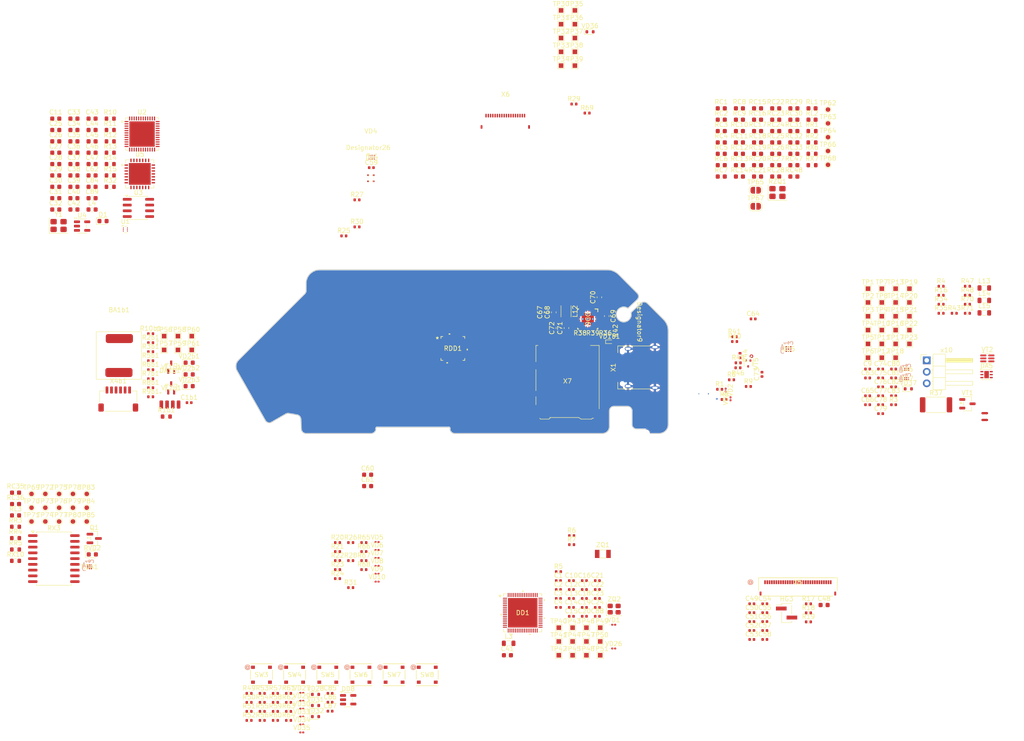
<source format=kicad_pcb>
(kicad_pcb (version 20241229) (generator "pcbnew") (generator_version "9.0")
  (layers (0 "F.Cu" signal) (4 "In1.Cu" signal) (6 "In2.Cu" signal) (2 "B.Cu" signal) (13 "F.Paste" user) (15 "B.Paste" user) (5 "F.SilkS" user "F.Silkscreen") (7 "B.SilkS" user "B.Silkscreen") (1 "F.Mask" user) (3 "B.Mask" user) (25 "Edge.Cuts" user))
  (net 0 "")
  (net 1 "GND")
  (net 2 "Net-(BA1b1-Pad2)")
  (net 3 "Net-(VT1b1-D)")
  (net 4 "VBUS")
  (net 5 "Net-(DA1b1-Vs)")
  (net 6 "SPI_D_MOSI")
  (net 7 "Net-(DD1-PC14)")
  (net 8 "+3V3")
  (net 9 "Net-(DD1-PC15)")
  (net 10 "Net-(U2D-VCCPLL)")
  (net 11 "Net-(DD1-VFBSMPS)")
  (net 12 "Net-(DD1-VREF+)")
  (net 13 "Net-(U2B-IOB_16a)")
  (net 14 "Net-(U2A-IOT_36b)")
  (net 15 "Net-(C31-Pad1)")
  (net 16 "Net-(C31-Pad2)")
  (net 17 "Net-(U5-VR_PA)")
  (net 18 "Net-(C33-Pad2)")
  (net 19 "Net-(C33-Pad1)")
  (net 20 "Net-(U5-XTB)")
  (net 21 "Net-(U5-XTA)")
  (net 22 "Net-(U5-PA_BOOST)")
  (net 23 "Net-(C40-Pad2)")
  (net 24 "RESET")
  (net 25 "Net-(U5-VR_ANA)")
  (net 26 "Net-(U5-VR_DIG)")
  (net 27 "Net-(X5-Pin_17)")
  (net 28 "Net-(X5-Pin_19)")
  (net 29 "Net-(X5-Pin_18)")
  (net 30 "Net-(X5-Pin_23)")
  (net 31 "Net-(X5-Pin_21)")
  (net 32 "Net-(X5-Pin_22)")
  (net 33 "Net-(X5-Pin_20)")
  (net 34 "Net-(X5-Pin_24)")
  (net 35 "Net-(X5-Pin_25)")
  (net 36 "Net-(X5-Pin_26)")
  (net 37 "Net-(X5-Pin_27)")
  (net 38 "SYS")
  (net 39 "Net-(VD6-A2)")
  (net 40 "BAT")
  (net 41 "Net-(DD6-BTST)")
  (net 42 "Net-(C64-Pad2)")
  (net 43 "Net-(DD5-VDD)")
  (net 44 "USB 5V")
  (net 45 "Net-(DD6-PMID)")
  (net 46 "Net-(DA5-VIN)")
  (net 47 "Net-(DD6-REGN)")
  (net 48 "LDO_3.3V")
  (net 49 "GND2")
  (net 50 "ext3.3V")
  (net 51 "GND1")
  (net 52 "Net-(DA6-FB)")
  (net 53 "Net-(U5-RFI_HF)")
  (net 54 "Net-(DD8-IN1)")
  (net 55 "Net-(DD8-IN2)")
  (net 56 "Net-(D1-K)")
  (net 57 "Net-(DA1b1-OUT)")
  (net 58 "Net-(DA4-R)")
  (net 59 "Net-(DA4-G)")
  (net 60 "LCD_LED")
  (net 61 "I2C_SDA")
  (net 62 "I2C_SCL")
  (net 63 "Net-(DA4-B)")
  (net 64 "Net-(DA6-SW)")
  (net 65 "Net-(DD1-OSC_IN)")
  (net 66 "Net-(DD1-PA11)")
  (net 67 "Net-(DD1-PB5)")
  (net 68 "PC0")
  (net 69 "PB3")
  (net 70 "RFID_PULL")
  (net 71 "SPI_D_MISO")
  (net 72 "PERIPH_POWER")
  (net 73 "BUTTON_BACK")
  (net 74 "PA4")
  (net 75 "SD_CD")
  (net 76 "SWDIO")
  (net 77 "iBTN")
  (net 78 "Net-(DD1-PA12)")
  (net 79 "RFID_RF_IN")
  (net 80 "BUTTON_UP")
  (net 81 "PA7")
  (net 82 "BUTTON_OK")
  (net 83 "DISPLAY_DI")
  (net 84 "NFC_CS")
  (net 85 "RFID_OUT")
  (net 86 "UART1_TX")
  (net 87 "AT1")
  (net 88 "BUTTON_LEFT")
  (net 89 "Net-(DD1-VLXSMPS)")
  (net 90 "SPI_R_MISO")
  (net 91 "BUTTON_DOWN")
  (net 92 "PB2")
  (net 93 "AT0")
  (net 94 "BUTTON_RIGHT")
  (net 95 "PD0")
  (net 96 "IR_RX")
  (net 97 "SD_CS")
  (net 98 "UART1_RX")
  (net 99 "RFID_CARRIER")
  (net 100 "DISPLAY_CS")
  (net 101 "PA1")
  (net 102 "Net-(DD1-OSC_OUT)")
  (net 103 "RF_SW_0")
  (net 104 "SPEAKER")
  (net 105 "PA6")
  (net 106 "PC1")
  (net 107 "Net-(DD1-PA5)")
  (net 108 "VIBRO")
  (net 109 "IR_TX")
  (net 110 "PC3")
  (net 111 "Net-(DD5-GPOUT)")
  (net 112 "Net-(DD5-BIN)")
  (net 114 "Net-(DD6-PG_N)")
  (net 115 "Net-(DD6-OTG_IUSB)")
  (net 116 "Net-(DD6-STAT)")
  (net 117 "Net-(DD6-ILIM)")
  (net 118 "Net-(DD6-INT)")
  (net 119 "Net-(DD6-TS)")
  (net 120 "Net-(DD7-SW)")
  (net 121 "Net-(DD8-OUT)")
  (net 122 "Net-(HG3-Pin_1)")
  (net 123 "Net-(L14-Pad2)")
  (net 124 "Net-(L15-Pad2)")
  (net 125 "Net-(Q1-D)")
  (net 126 "Net-(Q1-G)")
  (net 127 "Net-(X1-CC1)")
  (net 128 "Net-(X1-CC2)")
  (net 129 "Net-(VT1b1-G)")
  (net 130 "Net-(X4b1-Pin_5)")
  (net 131 "Net-(VD37-A)")
  (net 132 "Net-(VT1-G)")
  (net 133 "Net-(VD2b3-A)")
  (net 134 "SPI_R_SCK")
  (net 135 "Net-(X4b1-Pin_3)")
  (net 136 "Net-(VT2b1-G)")
  (net 137 "SPI_R_MOSI")
  (net 138 "Net-(VD2-A2)")
  (net 139 "Net-(VD3-A2)")
  (net 140 "Net-(VD2b1-A)")
  (net 141 "Net-(VD2b2-A)")
  (net 142 "Net-(U2A-IOT_44b)")
  (net 143 "Net-(U2A-IOT_42b)")
  (net 144 "Net-(U2A-IOT_43a)")
  (net 145 "Net-(U2A-IOT_46b_G0)")
  (net 146 "/Sub-1-GHz-/NRESET4")
  (net 147 "Net-(X7-DAT1)")
  (net 148 "Net-(X7-DAT2)")
  (net 149 "Net-(X7-DAT3{slash}CD)")
  (net 150 "Net-(X7-CMD)")
  (net 151 "Net-(VD4-RK)")
  (net 152 "Net-(X7-CLK)")
  (net 153 "Net-(VD4-GK)")
  (net 154 "Net-(X7-DAT0)")
  (net 155 "Net-(X6-Pin_9)")
  (net 156 "Net-(VD4-BK)")
  (net 157 "Net-(X7-SW_DTCT)")
  (net 158 "Net-(U2B-CDONE)")
  (net 159 "Net-(VT5-G)")
  (net 160 "Net-(VD34-A1)")
  (net 161 "Net-(VD33-A1)")
  (net 162 "Net-(VD29-A1)")
  (net 163 "Net-(VD27-A1)")
  (net 164 "Net-(VD30-A1)")
  (net 165 "Net-(VD35-A1)")
  (net 166 "Net-(VD32-A)")
  (net 167 "Net-(VD36-K)")
  (net 168 "Net-(RDD1-RFI1)")
  (net 169 "Net-(RC2-Pad2)")
  (net 170 "Net-(RC3-Pad1)")
  (net 171 "Net-(RC48-Pad1)")
  (net 172 "Net-(RC48-Pad2)")
  (net 173 "Net-(RDD1-RFI2)")
  (net 174 "Net-(RDD1-XTO)")
  (net 175 "Net-(RDD1-XTI)")
  (net 176 "Net-(RDD1-VDD_D)")
  (net 177 "Net-(RDD1-VDD_A)")
  (net 178 "+5V")
  (net 179 "Net-(RDD1-VDD_DR)")
  (net 180 "Net-(RDD1-VDD_AM)")
  (net 181 "Net-(RDD1-AGDC)")
  (net 182 "Net-(RDA1-SW-PadB1)")
  (net 183 "Net-(RDD1-RFO2)")
  (net 184 "Net-(RDD1-CSI)")
  (net 185 "Net-(RDD1-CSO)")
  (net 186 "Net-(RDD1-RFO1)")
  (net 187 "Net-(RDD1-EXT_LM)")
  (net 188 "NFC_IRQ")
  (net 189 "AAT_B")
  (net 190 "AAT_A")
  (net 192 "Net-(RX6-A)")
  (net 193 "Net-(RX7-A)")
  (net 194 "Net-(RVD2-K)")
  (net 195 "Net-(RX3-Pin_10)")
  (net 196 "Pogo Pin 1")
  (net 197 "/Sub-1-GHz-/DIO2SX1276")
  (net 202 "Net-(U2B-IOB_35b_SPI_SS)")
  (net 204 "Net-(U2A-IOT_50b)")
  (net 205 "Net-(U2A-IOT_49a)")
  (net 207 "/Sub-1-GHz-/(MOSI)")
  (net 215 "Net-(U2B-IOB_33b_SPI_SI)")
  (net 216 "Net-(U2B-IOB_32a_SPI_SO)")
  (net 217 "/Sub-1-GHz-/(NSS{slash}CS)")
  (net 218 "/Sub-1-GHz-/DIO1SX1276")
  (net 219 "/Sub-1-GHz-/DIO0SX1276")
  (net 221 "Net-(U2A-IOT_51a)")
  (net 224 "Net-(U2B-IOB_34a_SPI_SCK)")
  (net 225 "/Sub-1-GHz-/(SCK)")
  (net 227 "/Sub-1-GHz-/(MISO)")
  (net 232 "Net-(VD2b1-K)")
  (net 245 "RF1")
  (footprint "Resistor_SMD:R_0402_1005Metric" (layer "F.Cu") (at 171.0425 100.69)
    (property "Reference" "R8b1")
    (property "Value" "10k")
  )
  (footprint "Capacitor_SMD:C_0402_1005Metric" (layer "F.Cu") (at 329.425 102.465)
    (property "Reference" "C65")
    (property "Value" "470nF")
  )
  (footprint "Resistor_SMD:R_0603_1608Metric" (layer "F.Cu") (at 317.145 43.985)
    (property "Reference" "RR1")
    (property "Value" "0")
  )
  (footprint "footprints:CONN30x1_FH34SRJ-30S-0.5SH50_HIR" (layer "F.Cu") (at 314.0225 144.690007)
    (property "Reference" "X5")
    (property "Value" "FH34SRJ-30S-0.5SH(50)")
  )
  (footprint "Resistor_SMD:R_0603_1608Metric" (layer "F.Cu") (at 162.11 53.785)
    (property "Reference" "R15")
    (property "Value" "R")
  )
  (footprint "Resistor_SMD:R_0402_1005Metric" (layer "F.Cu") (at 215.235 134.89)
    (property "Reference" "R26")
    (property "Value" "51")
  )
  (footprint "Capacitor_SMD:C_0402_1005Metric" (layer "F.Cu") (at 266.855 143.295)
    (property "Reference" "C16")
    (property "Value" "1uF")
  )
  (footprint "TestPoint:TestPoint_Pad_1.0x1.0mm" (layer "F.Cu") (at 329.515 94.045)
    (property "Reference" "TP6")
    (property "Value" "TEMP")
  )
  (footprint "Resistor_SMD:R_0402_1005Metric" (layer "F.Cu") (at 264.045 133.355)
    (property "Reference" "R6")
    (property "Value" "51")
  )
  (footprint "Capacitor_SMD:C_0603_1608Metric" (layer "F.Cu") (at 154.09 46.255)
    (property "Reference" "C35")
    (property "Value" "100nF")
  )
  (footprint "footprints:18_pin_JST" (layer "F.Cu") (at 249.635 40.17)
    (property "Reference" "X6")
    (property "Value" "FH34SRJ-18S-0.5SH(50)")
  )
  (footprint "TestPoint:TestPoint_Pad_D1.0mm" (layer "F.Cu") (at 144.725 127.185)
    (property "Reference" "TP70")
    (property "Value" "IR_TX")
  )
  (footprint "TestPoint:TestPoint_Pad_1.0x1.0mm" (layer "F.Cu") (at 264.76 20.375)
    (property "Reference" "TP36")
    (property "Value" "iBTN")
  )
  (footprint "Resistor_SMD:R_0402_1005Metric" (layer "F.Cu") (at 345.655 82.245)
    (property "Reference" "R34")
    (property "Value" "10k")
  )
  (footprint "TestPoint:TestPoint_Pad_1.0x1.0mm" (layer "F.Cu") (at 329.515 81.845)
    (property "Reference" "TP2")
    (property "Value" "PG")
  )
  (footprint "Capacitor_SMD:C_0402_1005Metric" (layer "F.Cu") (at 263.985 143.295)
    (property "Reference" "C10")
    (property "Value" "18pF")
  )
  (footprint "Resistor_SMD:R_0402_1005Metric" (layer "F.Cu") (at 271.49 88.6)
    (property "Reference" "R36")
    (property "Value" "470")
  )
  (footprint "Resistor_SMD:R_0402_1005Metric" (layer "F.Cu") (at 198.6009 174.170001)
    (property "Reference" "R60")
    (property "Value" "100k")
  )
  (footprint "TestPoint:TestPoint_Pad_1.0x1.0mm" (layer "F.Cu") (at 332.565 87.945)
    (property "Reference" "TP10")
    (property "Value" "BAT1")
  )
  (footprint "TestPoint:TestPoint_Pad_1.0x1.0mm" (layer "F.Cu") (at 264.255 153.685)
    (property "Reference" "TP43")
    (property "Value" "D-")
  )
  (footprint "Capacitor_SMD:C_0402_1005Metric" (layer "F.Cu") (at 263.985 151.175)
    (property "Reference" "C15")
    (property "Value" "4.7uF")
  )
  (footprint "Capacitor_SMD:C_0603_1608Metric" (layer "F.Cu") (at 154.09 56.295)
    (property "Reference" "C39")
    (property "Value" "100nF")
  )
  (footprint "Resistor_SMD:R_0402_1005Metric" (layer "F.Cu") (at 215.235 138.87)
    (property "Reference" "R28")
    (property "Value" "51")
  )
  (footprint "Capacitor_SMD:C_0402_1005Metric" (layer "F.Cu") (at 335.165 96.555)
    (property "Reference" "C80")
    (property "Value" "10uF")
  )
  (footprint "Capacitor_SMD:C_0603_1608Metric" (layer "F.Cu") (at 305.115 49.005)
    (property "Reference" "RC19")
    (property "Value" "2.2uF")
  )
  (footprint "Capacitor_SMD:C_0402_1005Metric" (layer "F.Cu") (at 269.725 143.295)
    (property "Reference" "C21")
    (property "Value" "1uF")
  )
  (footprint "Package_TO_SOT_SMD:SOT-523" (layer "F.Cu") (at 303.04 95.32 -90)
    (property "Reference" "VT5")
    (property "Value" "DMN313DLT-7")
  )
  (footprint "Resistor_SMD:R_0402_1005Metric" (layer "F.Cu") (at 345.655 80.255)
    (property "Reference" "R16")
    (property "Value" "1.5")
  )
  (footprint "Inductor_SMD:L_0805_2012Metric" (layer "F.Cu") (at 355.205 81.395)
    (property "Reference" "L14")
    (property "Value" "470nH")
  )
  (footprint "Capacitor_SMD:C_0603_1608Metric" (layer "F.Cu") (at 258.45 84.025 90)
    (property "Reference" "C67")
    (property "Value" "10uF")
  )
  (footprint "Diode_SMD:D_0201_0603Metric" (layer "F.Cu") (at 273.34 158.285)
    (property "Reference" "VD26")
    (property "Value" "ESD241B1W0201E6327XTSA1")
  )
  (footprint "Resistor_SMD:R_0402_1005Metric" (layer "F.Cu") (at 265.91 88.6 180)
    (property "Reference" "R38")
    (property "Value" "5.23k")
  )
  (footprint "Connector_PinHeader_2.00mm:PinHeader_1x02_P2.00mm_Vertical_SMD_Pin1Left" (layer "F.Cu") (at 311.525 150.45)
    (property "Reference" "HG3")
    (property "Value" "ERC12864FAMF03-1-S7")
  )
  (footprint "Capacitor_SMD:C_0603_1608Metric" (layer "F.Cu") (at 158.1 46.255)
    (property "Reference" "C45")
    (property "Value" "10pF")
  )
  (footprint "Resistor_SMD:R_0402_1005Metric" (layer "F.Cu") (at 212.325 134.89)
    (property "Reference" "R20")
    (property "Value" "0")
  )
  (footprint "TestPoint:TestPoint_Pad_1.0x1.0mm" (layer "F.Cu") (at 264.255 159.785)
    (property "Reference" "TP45")
    (property "Value" "D_MI")
  )
  (footprint "TestPoint:TestPoint_Pad_D1.0mm" (layer "F.Cu") (at 150.825 130.235)
    (property "Reference" "TP77")
    (property "Value" "RFID_PULL")
  )
  (footprint "Capacitor_SMD:C_0603_1608Metric" (layer "F.Cu") (at 218.975 122.41)
    (property "Reference" "C61")
    (property "Value" "10uF")
  )
  (footprint "Resistor_SMD:R_0402_1005Metric" (layer "F.Cu") (at 213.7154 67.135399)
    (property "Reference" "R25")
    (property "Value" "0")
  )
  (footprint "TestPoint:TestPoint_Pad_D1.0mm" (layer "F.Cu") (at 147.775 130.235)
    (property "Reference" "TP74")
    (property "Value" "NFC_CS")
  )
  (footprint "Capacitor_SMD:C_0402_1005Metric" (layer "F.Cu") (at 261.115 147.235)
    (property "Reference" "C3")
    (property "Value" "DNP")
  )
  (footprint "TestPoint:TestPoint_Pad_1.0x1.0mm" (layer "F.Cu") (at 264.76 26.475)
    (property "Reference" "TP38")
    (property "Value" "RFID_OUT")
  )
  (footprint "footprints:SKRMAAE010_AAL" (layer "F.Cu") (at 210.1708 164.085001)
    (property "Reference" "SW5")
    (property "Value" "SKRMAAE010")
  )
  (footprint "Resistor_SMD:R_0603_1608Metric" (layer "F.Cu") (at 174.5025 107.05)
    (property "Reference" "R1b1")
    (property "Value" "22")
  )
  (footprint "Capacitor_SMD:C_0603_1608Metric" (layer "F.Cu") (at 154.09 58.805)
    (property "Reference" "C40")
    (property "Value" "100pF")
  )
  (footprint "Capacitor_SMD:C_0402_1005Metric" (layer "F.Cu") (at 263.985 147.235)
    (property "Reference" "C13")
    (property "Value" "100nF")
  )
  (footprint "TestPoint:TestPoint_Pad_1.0x1.0mm" (layer "F.Cu") (at 270.355 153.685)
    (property "Reference" "TP49")
    (property "Value" "D_SCK")
  )
  (footprint "Capacitor_SMD:C_0603_1608Metric" (layer "F.Cu") (at 313.135 38.965)
    (property "Reference" "RC29")
    (property "Value" "2.2uF")
  )
  (footprint "Capacitor_SMD:C_0603_1608Metric" (layer "F.Cu") (at 313.135 41.475)
    (property "Reference" "RC30")
    (property "Value" "10nF")
  )
  (footprint "Resistor_SMD:R_0402_1005Metric" (layer "F.Cu") (at 316.355 148.42)
    (property "Reference" "R17")
    (property "Value" "DNP")
  )
  (footprint "Resistor_SMD:R_0402_1005Metric" (layer "F.Cu") (at 215.235 144.84)
    (property "Reference" "R31")
    (property "Value" "150")
  )
  (footprint "footprints:Buzzer_539-AST0760MCTRQ" (layer "F.Cu") (at 164.0275 93.815)
    (property "Reference" "BA1b1")
    (property "Value" "AST0760MCTRQ")
  )
  (footprint "Resistor_SMD:R_0402_1005Metric" (layer "F.Cu") (at 351.475 84.235)
    (property "Reference" "R71")
    (property "Value" "3.3")
  )
  (footprint "Capacitor_SMD:C_0402_1005Metric" (layer "F.Cu") (at 266.855 145.265)
    (property "Reference" "C17")
    (property "Value" "10nF")
  )
  (footprint "Capacitor_SMD:C_0603_1608Metric" (layer "F.Cu") (at 262.9 87.5 90)
    (property "Reference" "C71")
    (property "Value" "10uF")
  )
  (footprint "Capacitor_SMD:C_0603_1608Metric" (layer "F.Cu") (at 309.125 46.495)
    (property "Reference" "RC25")
    (property "Value" "2.2uF")
  )
  (footprint "TestPoint:TestPoint_Pad_1.0x1.0mm" (layer "F.Cu") (at 264.76 23.425)
    (property "Reference" "TP37")
    (property "Value" "RFID_IN")
  )
  (footprint "Capacitor_SMD:C_0603_1608Metric" (layer "F.Cu") (at 309.125 43.985)
    (property "Reference" "RC24")
    (property "Value" "10nF")
  )
  (footprint "Capacitor_SMD:C_0402_1005Metric" (layer "F.Cu") (at 303.845 156.29)
    (property "Reference" "C53")
    (property "Value" "DNP")
  )
  (footprint "Capacitor_SMD:C_0603_1608Metric" (layer "F.Cu") (at 309.125 49.005)
    (property "Reference" "RC26")
    (property "Value" "10nF")
  )
  (footprint "TestPoint:TestPoint_Pad_D1.0mm" (layer "F.Cu") (at 153.875 130.235)
    (property "Reference" "TP80")
    (property "Value" "RFID_RF_IN")
  )
  (footprint "Diode_SMD:D_SOD-523" (layer "F.Cu") (at 207.4659 170.880001)
    (property "Reference" "VD31")
    (property "Value" "1N4148X")
  )
  (footprint "TestPoint:TestPoint_Pad_D1.0mm" (layer "F.Cu") (at 320.675 39.235)
    (property "Reference" "TP62")
    (property "Value" "RCP1")
  )
  (footprint "TestPoint:TestPoint_Pad_1.0x1.0mm" (layer "F.Cu") (at 332.565 78.795)
    (property "Reference" "TP7")
    (property "Value" "3V32")
  )
  (footprint "footprints:LP5562TMX-NOPB" (layer "F.Cu") (at 219.899999 49.749999)
    (property "Reference" "DA4")
    (property "Value" "LP5562TMX/NOPB")
  )
  (footprint "TestPoint:TestPoint_Pad_1.0x1.0mm" (layer "F.Cu") (at 335.615 87.945)
    (property "Reference" "TP16")
    (property "Value" "LDO1")
  )
  (footprint "Resistor_SMD:R_0402_1005Metric" (layer "F.Cu") (at 273.7 88.09 90)
    (property "Reference" "R42")
    (property "Value" "4.7k")
  )
  (footprint "Capacitor_SMD:C_0402_1005Metric" (layer "F.Cu") (at 306.715 150.38)
    (property "Reference" "C55")
    (property "Value" "DNP")
  )
  (footprint "TestPoint:TestPoint_Pad_1.0x1.0mm" (layer "F.Cu") (at 338.665 78.795)
    (property "Reference" "TP19")
    (property "Value" "GND2")
  )
  (footprint "Crystal:Crystal_SMD_3225-4Pin_3.2x2.5mm" (layer "F.Cu") (at 150.7 64.845)
    (property "Reference" "Y1")
    (property "Value" "32 MHz")
  )
  (footprint "TestPoint:TestPoint_Pad_1.0x1.0mm" (layer "F.Cu") (at 180.1225 92.33)
    (property "Reference" "TP61")
    (property "Value" "GND")
  )
  (footprint "Diode_SMD:D_SOD-923" (layer "F.Cu") (at 272.405 90.525)
    (property "Reference" "VD1b1")
    (property "Value" "ESD230B1W0201E6327XT")
  )
  (footprint "Diode_SMD:D_0201_0603Metric" (layer "F.Cu") (at 204.4259 169.830001)
    (property "Reference" "VD29")
    (property "Value" "ESD241B1W0201E6327XTSA1")
  )
  (footprint "Capacitor_SMD:C_0603_1608Metric" (layer "F.Cu") (at 301.105 54.025)
    (property "Reference" "RC14")
    (property "Value" "DNP")
  )
  (footprint "TestPoint:TestPoint_Pad_1.0x1.0mm" (layer "F.Cu") (at 338.665 90.995)
    (property "Reference" "TP23")
    (property "Value" "I2C_SCL")
  )
  (footprint "Package_TO_SOT_SMD:SOT-363_SC-70-6" (layer "F.Cu") (at 355.875 94.2)
    (property "Reference" "VT2")
    (property "Value" "MMDT2907A-7-F")
  )
  (footprint "Capacitor_SMD:C_0603_1608Metric" (layer "F.Cu") (at 158.1 51.275)
    (property "Reference" "C47")
    (property "Value" "2.2uF")
  )
  (footprint "Capacitor_SMD:C_0402_1005Metric" (layer "F.Cu") (at 332.295 104.435)
    (property "Reference" "C78")
    (property "Value" "2.2uF")
  )
  (footprint "Inductor_SMD:L_0603_1608Metric" (layer "F.Cu") (at 158.1 61.315)
    (property "Reference" "L4")
    (property "Value" "22nH")
  )
  (footprint "Resistor_SMD:R_0603_1608Metric" (layer "F.Cu") (at 317.145 46.495)
    (property "Reference" "RR2")
    (property "Value" "0")
  )
  (footprint "LED_SMD:LED_0603_1608Metric" (layer "F.Cu") (at 160.52 63.865)
    (property "Reference" "D1")
    (property "Value" "LED")
  )
  (footprint "Resistor_SMD:R_0402_1005Metric" (layer "F.Cu") (at 345.655 78.265)
    (property "Reference" "R4")
    (property "Value" "100k")
  )
  (footprint "Capacitor_SMD:C_0603_1608Metric" (layer "F.Cu") (at 297.095 43.985)
    (property "Reference" "RC3")
    (property "Value" "100pF")
  )
  (footprint "TestPoint:TestPoint_Pad_1.0x1.0mm" (layer "F.Cu") (at 264.76 17.325)
    (property "Reference" "TP35")
    (property "Value" "SPEAKER")
  )
  (footprint "TestPoint:TestPoint_Pad_D1.0mm" (layer "F.Cu") (at 320.675 48.385)
    (property "Reference" "TP66")
    (property "Value" "RAN1")
  )
  (footprint "TestPoint:TestPoint_Pad_D1.0mm" (layer "F.Cu") (at 144.725 124.135)
    (property "Reference" "TP69")
    (property "Value" "IR_RX")
  )
  (footprint "Resistor_SMD:R_0402_1005Metric" (layer "F.Cu") (at 201.5109 174.170001)
    (property "Reference" "R64")
    (property "Value" "100k")
  )
  (footprint "TestPoint:TestPoint_Pad_1.0x1.0mm" (layer "F.Cu") (at 329.515 87.945)
    (property "Reference" "TP4")
    (property "Value" "OTG")
  )
  (footprint "TestPoint:TestPoint_Pad_1.0x1.0mm" (layer "F.Cu") (at 329.515 84.895)
    (property "Reference" "TP3")
    (property "Value" "PWR_INT")
  )
  (footprint "Connector_PinHeader_2.54mm:PinHeader_1x03_P2.54mm_Horizontal" (layer "F.Cu") (at 342.485 94.625)
    (property "Reference" "x10")
    (property "Value" "Connector 3P")
  )
  (footprint "Connector_Card:microSD_HC_Hirose_DM3AT-SF-PEJM5" (layer "F.Cu") (at 263.125 99.225)
    (property "Reference" "X7")
    (property "Value" "Micro_SD")
  )
  (footprint "Capacitor_SMD:C_0603_1608Metric" (layer "F.Cu") (at 271.8 84.85 -90)
    (property "Reference" "C69")
    (property "Value" "1uF")
  )
  (footprint "Capacitor_SMD:C_0603_1608Metric" (layer "F.Cu") (at 270.175 80.7 90)
    (property "Reference" "C70")
    (property "Value" "10uF")
  )
  (footprint "Resistor_SMD:R_2512_6332Metric" (layer "F.Cu") (at 344.545 104.455)
    (property "Reference" "R37")
    (property "Value" "10m")
  )
  (footprint "Capacitor_SMD:C_0402_1005Metric" (layer "F.Cu") (at 306.715 154.32)
    (property "Reference" "C57")
    (property "Value" "DNP")
  )
  (footprint "Diode_SMD:D_SOD-523" (layer "F.Cu") (at 338.42 100.925)
    (property "Reference" "VD37")
    (property "Value" "DNP")
  )
  (footprint "Capacitor_SMD:C_0603_1608Metric" (layer "F.Cu") (at 305.115 54.025)
    (property "Reference" "RC21")
    (property "Value" "2.2uF")
  )
  (footprint "Capacitor_SMD:C_0603_1608Metric" (layer "F.Cu") (at 305.115 46.495)
    (property "Reference" "RC18")
    (property "Value" "10nF")
  )
  (footprint "footprints:SKRMAAE010_AAL" (layer "F.Cu") (at 195.5216 164.085001)
    (property "Reference" "SW3")
    (property "Value" "SKRMAAE010")
  )
  (footprint "Capacitor_SMD:C_0402_1005Metric" (layer "F.Cu") (at 329.425 96.555)
    (property "Reference" "C9")
    (property "Value" "10uF")
  )
  (footprint "Resistor_SMD:R_0402_1005Metric" (layer "F.Cu") (at 171.0425 94.72)
    (property "Reference" "R5b1")
    (property "Value" "39")
  )
  (footprint "TestPoint:TestPoint_Pad_1.0x1.0mm" (layer "F.Cu") (at 261.205 153.685)
    (property "Reference" "TP40")
    (property "Value" "R_CLK")
  )
  (footprint "Resistor_SMD:R_0402_1005Metric" (layer "F.Cu") (at 195.6909 174.170001)
    (property "Reference" "R56")
    (property "Value" "330")
  )
  (footprint "TestPoint:TestPoint_Pad_D1.0mm" (layer "F.Cu") (at 156.925 130.235)
    (property "Reference" "TP85")
    (property "Value" "VIBRO3")
  )
  (footprint "LED_SMD:LED_0603_1608Metric" (layer "F.Cu") (at 179.5525 97.74)
    (property "Reference" "VD2b2")
    (property "Value" "VSMY14940")
  )
  (footprint "Diode_SMD:D_0201_0603Metric" (layer "F.Cu") (at 299.14 103.125 90)
    (property "Reference" "VD3")
    (property "Value" "ESD230B1W0201E6327XTSA1")
  )
  (footprint "Inductor_SMD:L_TDK_NLV25_2.5x2.0mm" (layer "F.Cu") (at 262.8 83.8 -90)
    (property "Reference" "L12")
    (property "Value" "1uH")
  )
  (footprint "TestPoint:TestPoint_Pad_D1.0mm" (layer "F.Cu") (at 153.875 127.185)
    (property "Reference" "TP79")
    (property "Value" "SPI_R_SCK")
  )
  (footprint "TestPoint:TestPoint_Pad_D1.0mm" (layer "F.Cu") (at 156.925 124.135)
    (property "Reference" "TP83")
    (property "Value" "RFID_CARRIER")
  )
  (footprint "Capacitor_SMD:C_0603_1608Metric" (layer "F.Cu") (at 313.135 51.515)
    (property "Reference" "RC47")
    (property "Value" "DNP")
  )
  (footprint "Capacitor_SMD:C_0402_1005Metric" (layer "F.Cu") (at 269.725 145.265)
    (property "Reference" "C22")
    (property "Value" "100nF")
  )
  (footprint "Capacitor_SMD:C_0603_1608Metric" (layer "F.Cu") (at 158.1 41.235)
    (property "Reference" "C43")
    (property "Value" "1 µF")
  )
  (footprint "Capacitor_SMD:C_0603_1608Metric" (layer "F.Cu") (at 150.08 53.785)
    (property "Reference" "C29")
    (property "Value" "33pF")
  )
  (footprint "Resistor_SMD:R_0402_1005Metric" (layer "F.Cu") (at 216.6254 65.145399)
    (property "Reference" "R30")
    (property "Value" "0")
  )
  (footprint "Capacitor_SMD:C_0603_1608Metric" (layer "F.Cu") (at 150.08 61.315)
    (property "Reference" "C32")
    (property "Value" "100nF")
  )
  (footprint "Resistor_SMD:R_0402_1005Metric" (layer "F.Cu") (at 300.04 90.475)
    (property "Reference" "R40")
    (property "Value" "1.5k")
  )
  (footprint "Capacitor_SMD:C_0402_1005Metric" (layer "F.Cu") (at 306.715 156.29)
    (property "Reference" "C58")
    (property "Value" "DNP")
  )
  (footprint "Capacitor_SMD:C_0603_1608Metric" (layer "F.Cu") (at 305.115 41.475)
    (property "Reference" "RC16")
    (property "Value" "10nF")
  )
  (footprint "TestPoint:TestPoint_Pad_1.0x1.0mm" (layer "F.Cu") (at 180.1225 89.28)
    (property "Reference" "TP60")
    (property "Value" "IR_TX")
  )
  (footprint "TestPoint:TestPoint_Pad_1.0x1.0mm" (layer "F.Cu") (at 264.255 156.735)
    (property "Reference" "TP44")
    (property "Value" "D+")
  )
  (footprint "Capacitor_SMD:C_0402_1005Metric" (layer "F.Cu") (at 263.985 145.265)
    (property "Reference" "C12")
    (property "Value" "100nF")
  )
  (footprint "Resistor_SMD:R_0603_1608Metric" (layer "F.Cu") (at 141.195 133.905)
    (property "Reference" "RR4")
    (property "Value" "150")
  )
  (footprint "Crystal:Crystal_SMD_3215-2Pin_3.2x1.5mm" (layer "F.Cu") (at 270.935 137.395)
    (property "Reference" "ZQ1")
    (property "Value" "SF32K32768D31T-12.5")
  )
  (footprint "Capacitor_SMD:C_0603_1608Metric" (layer "F.Cu") (at 297.095 51.515)
    (property "Reference" "RC6")
    (property "Value" "680pF")
  )
  (footprint "Capacitor_SMD:C_0402_1005Metric" (layer "F.Cu") (at 266.855 151.175)
    (property "Reference" "C20")
    (property "Value" "4.7uF")
  )
  (footprint "Resistor_SMD:R_0402_1005Metric" (layer "F.Cu") (at 192.7809 174.170001)
    (property "Reference" "R52")
    (property "Value" "DNP")
  )
  (footprint "Capacitor_SMD:C_0603_1608Metric" (layer "F.Cu") (at 301.105 46.495)
    (property "Reference" "RC11")
    (property "Value" "6pF")
  )
  (footprint "Resistor_SMD:R_0402_1005Metric" (layer "F.Cu") (at 171.0425 98.7)
    (property "Reference" "R7b1")
    (property "Value" "10")
  )
  (footprint "Diode_SMD:D_0603_1608Metric" (layer "F.Cu") (at 158.155 137.505)
    (property "Reference" "RVD2")
    (property "Value" "1N4148X-TP")
  )
  (footprint "TestPoint:TestPoint_Pad_1.0x1.0mm" (layer "F.Cu") (at 261.71 17.325)
    (property "Reference" "TP30")
    (property "Value" "VIBRO")
  )
  (footprint "Resistor_SMD:R_0402_1005Metric" (layer "F.Cu") (at 218.145 138.87)
    (property "Reference" "R67")
    (property "Value" "DNP")
  )
  (footprint "Capacitor_SMD:C_0603_1608Metric" (layer "F.Cu") (at 150.08 43.745)
    (property "Reference" "C25")
    (property "Value" "100nF")
  )
  (footprint "Capacitor_SMD:C_0402_1005Metric" (layer "F.Cu") (at 329.425 98.525)
    (property "Reference" "C63")
    (property "Value" "1uF")
  )
  (footprint "footprints:SOT323_DMN2058UW_DIO" (layer "F.Cu") (at 175.5756 100.710297)
    (property "Reference" "VT2b1")
    (property "Value" "DMN2058UW-7")
  )
  (footprint "Capacitor_SMD:C_0603_1608Metric" (layer "F.Cu") (at 150.08 51.275)
    (property "Reference" "C28")
    (property "Value" "100nF")
  )
  (footprint "TestPoint:TestPoint_Pad_D1.0mm" (layer "F.Cu") (at 320.675 51.435)
    (property "Reference" "TP68")
    (property "Value" "RCP3")
  )
  (footprint "Capacitor_SMD:C_0603_1608Metric" (layer "F.Cu") (at 261.1 87.5 90)
    (property "Reference" "C72")
    (property "Value" "10uF")
  )
  (footprint "Package_TO_SOT_SMD:SOT-963" (layer "F.Cu") (at 165.455 65.73)
    (property "Reference" "U1")
    (property "Value" "SKY13351-378LF")
  )
  (footprint "TestPoint:TestPoint_Pad_1.0x1.0mm" (layer "F.Cu") (at 261.71 29.525)
    (property "Reference" "TP34")
    (property "Value" "IR_TX")
  )
  (footprint "Resistor_SMD:R_0402_1005Metric" (layer "F.Cu") (at 299.365 98.925)
    (property "Reference" "R8")
    (property "Value" "22")
  )
  (footprint "Diode_SMD:D_0201_0603Metric" (layer "F.Cu") (at 204.4259 173.330001)
    (property "Reference" "VD33")
    (property "Value" "ESD241B1W0201E6327XTSA1")
  )
  (footprint "Capacitor_SMD:C_0402_1005Metric" (layer "F.Cu") (at 266.855 149.205)
    (property "Reference" "C19")
    (property "Value" "4.7uF")
  )
  (footprint "Capacitor_SMD:C_0402_1005Metric" (layer "F.Cu") (at 332.295 96.555)
    (property "Reference" "C74")
    (property "Value" "1uF")
  )
  (footprint "Diode_SMD:D_0201_0603Metric" (layer "F.Cu") (at 221.06 143.52)
    (property "Reference" "VD10")
    (property "Value" "ESD241B1W0201E6327XTSA1")
  )
  (footprint "Package_TO_SOT_SMD:SOT-23-3" (layer "F.Cu") (at 351.475 104.225)
    (property "Reference" "VT1")
    (property "Value" "DMP1045U-7")
  )
  (footprint "LED_SMD:LED_0603_1608Metric" (layer "F.Cu") (at 179.5525 100.33)
    (property "Reference" "VD2b3")
    (property "Value" "VSMY14940")
  )
  (footprint "Diode_SMD:D_0201_0603Metric" (layer "F.Cu") (at 221.06 136.52)
    (property "Reference" "VD6")
    (property "Value" "ESD241B1W0201E6327XTSA1")
  )
  (footprint "TestPoint:TestPoint_Pad_1.0x1.0mm" (layer "F.Cu") (at 335.615 81.845)
    (property "Reference" "TP14")
    (property "Value" "EXT3V3")
  )
  (footprint "Resistor_SMD:R_0402_1005Metric" (layer "F.Cu") (at 351.475 78.265)
    (property "Reference" "R47")
    (property "Value" "10k")
  )
  (footprint "TestPoint:TestPoint_Pad_1.0x1.0mm" (layer "F.Cu") (at 261.71 26.475)
    (property "Reference" "TP33")
    (property "Value" "IR_RX")
  )
  (footprint "TestPoint:TestPoint_Pad_1.0x1.0mm" (layer "F.Cu") (at 329.515 78.795)
    (property "Reference" "TP1")
    (property "Value" "STAT")
  )
  (footprint "TestPoint:TestPoint_Pad_D1.0mm" (layer "F.Cu") (at 147.775 124.135)
    (property "Reference" "TP72")
    (property "Value" "iBTN")
  )
  (footprint "Resistor_SMD:R_0402_1005Metric" (layer "F.Cu") (at 192.7809 170.190001)
    (property "Reference" "R50")
    (property "Value" "10k")
  )
  (footprint "Capacitor_SMD:C_0603_1608Metric" (layer "F.Cu") (at 141.195 126.375)
    (property "Reference" "RC36")
    (property "Value" "22uF")
  )
  (footprint "Capacitor_SMD:C_0603_1608Metric" (layer "F.Cu") (at 158.1 48.765)
    (property "Reference" "C46")
    (property "Value" "1uF")
  )
  (footprint "Capacitor_SMD:C_0603_1608Metric" (layer "F.Cu") (at 154.09 48.765)
    (property "Reference" "C36")
    (property "Value" "100nF")
  )
  (footprint "Capacitor_SMD:C_0603_1608Metric" (layer "F.Cu") (at 158.1 43.745)
    (property "Reference" "C44")
    (property "Value" "10pF")
  )
  (footprint "Capacitor_SMD:C_0603_1608Metric" (layer "F.Cu") (at 313.135 49.005)
    (property "Reference" "RC33")
    (property "Value" "2.2uF")
  )
  (footprint "Capacitor_SMD:C_0603_1608Metric" (layer "F.Cu") (at 309.125 54.025)
    (property "Reference" "RC28")
    (property "Value" "10nF")
  )
  (footprint "TestPoint:TestPoint_Pad_1.0x1.0mm" (layer "F.Cu") (at 264.76 29.525)
    (property "Reference" "TP39")
    (property "Value" "RFID_PULL")
  )
  (footprint "Inductor_SMD:L_0805_2012Metric" (layer "F.Cu") (at 355.205 84.145)
    (property "Reference" "L15")
    (property "Value" "470nH")
  )
  (footprint "Package_TO_SOT_SMD:SOT-23-5" (layer "F.Cu") (at 214.6809 169.605001)
    (property "Reference" "DD8")
    (property "Value" "NC7SZ125M5X")
  )
  (footprint "Capacitor_SMD:C_0603_1608Metric" (layer "F.Cu") (at 305.115 51.515)
    (property "Reference" "RC20")
    (property "Value" "10nF")
  )
  (footprint "Resistor_SMD:R_0402_1005Metric" (layer "F.Cu") (at 192.7809 172.180001)
    (property "Reference" "R51")
    (property "Value" "10k")
  )
  (footprint "Resistor_SMD:R_0402_1005Metric" (layer "F.Cu") (at 264.045 135.345)
    (property "Reference" "R7")
    (property "Value" "51")
  )
  (footprint "Inductor_SMD:L_0805_2012Metric" (layer "F.Cu") (at 355.205 78.645)
    (property "Reference" "L13")
    (property "Value" "470nH")
  )
  (footprint "footprints:WLCSP9_1P2X1P2_ONS" (layer "F.Cu") (at 157.5498 140.2398)
    (property "Reference" "RDA1")
    (property "Value" "FAN48610BUC50X")
  )
  (footprint "TestPoint:TestPoint_Pad_1.0x1.0mm" (layer "F.Cu") (at 332.565 81.845)
    (property "Reference" "TP8")
    (property "Value" "5V1")
  )
  (footprint "footprints:BQ27220YZFR" (layer "F.Cu") (at 311.942 92.137)
    (property "Reference" "DD5")
    (property "Value" "BQ27220YZFR")
  )
  (footprint "footprints:TSOP75338TR" (layer "F.Cu") (at 175.3025 104.395)
    (property "Reference" "DA1b1")
    (property "Value" "TSOP75338TR")
  )
  (footprint "Resistor_SMD:R_0603_1608Metric" (layer "F.Cu") (at 141.195 136.415)
    (property "Reference" "RR5")
    (property "Value" "10k")
  )
  (footprint "Capacitor_SMD:C_0402_1005Metric" (layer "F.Cu") (at 269.725 147.235)
    (property "Reference" "C23")
    (property "Value" "100pF")
  )
  (footprint "Capacitor_SMD:C_0603_1608Metric" (layer "F.Cu") (at 301.105 38.965)
    (property "Reference" "RC8")
    (property "Value" "100pF")
  )
  (footprint "Inductor_SMD:L_0603_1608Metric" (layer "F.Cu") (at 141.195 128.885)
    (property "Reference" "RL3")
    (property "Value" "470nH")
  )
  (footprint "Diode_SMD:D_0201_0603Metric" (layer "F.Cu") (at 221.06 141.77)
    (property "Reference" "VD9")
    (property "Value" "ESD241B1W0201E6327XTSA1")
  )
  (footprint "Resistor_SMD:R_0402_1005Metric" (layer "F.Cu") (at 201.5109 172.180001)
    (property "Reference" "R63")
    (property "Value" "510")
  )
  (footprint "Resistor_SMD:R_0402_1005Metric" (layer "F.Cu") (at 261.135 141.315)
    (property "Reference" "R5")
    (property "Value" "DNP")
  )
  (footprint "Capacitor_SMD:C_0402_1005Metric" (layer "F.Cu") (at 306.715 152.35)
    (property "Reference" "C56")
    (property "Value" "DNP")
  )
  (footprint "Diode_SMD:D_0201_0603Metric" (layer "F.Cu") (at 273.34 153.035)
    (property "Reference" "VD1")
    (property "Value" "ESD230B1W0201E6327XTSA1")
  )
  (footprint "Capacitor_SMD:C_0402_1005Metric" (layer "F.Cu") (at 303.845 150.38)
    (property "Reference" "C50")
    (property "Value" "DNP")
  )
  (footprint "Resistor_SMD:R_0603_1608Metric" (layer "F.Cu") (at 162.11 41.235)
    (property "Reference" "R10")
    (property "Value" "R")
  )
  (footprint "NetTie:NetTie-2_SMD_Pad0.5mm" (layer "F.Cu") (at 355.3 106.3)
    (property "Reference" "SB5" (hide yes))
    (property "Value" "Net Tie" (hide yes))
  )
  (footprint "Capacitor_SMD:C_0603_1608Metric" (layer "F.Cu") (at 154.09 53.785)
    (property "Reference" "C38")
    (property "Value" "15 pF")
  )
  (footprint "TestPoint:TestPoint_Pad_1.0x1.0mm" (layer "F.Cu") (at 261.205 156.735)
    (property "Reference" "TP41")
    (property "Value" "VBUS1")
  )
  (footprint "Resistor_SMD:R_0402_1005Metric" (layer "F.Cu") (at 212.325 138.87)
    (property "Reference" "R22")
    (property "Value" "47k")
  )
  (footprint "Capacitor_SMD:C_0402_1005Metric" (layer "F.Cu") (at 335.165 104.435)
    (property "Reference" "R3")
    (property "Value" "100k")
  )
  (footprint "Resistor_SMD:R_0402_1005Metric" (layer "F.Cu") (at 171.0425 90.74)
    (property "Reference" "R2b1")
    (property "Value" "150")
  )
  (footprint "Resistor_SMD:R_0402_1005Metric" (layer "F.Cu") (at 351.475 82.245)
    (property "Reference" "R70")
    (property "Value" "1.5")
  )
  (footprint "Capacitor_SMD:C_0603_1608Metric" (layer "F.Cu") (at 150.08 58.805)
    (property "Reference" "C31")
    (property "Value" "100pF")
  )
  (footprint "TestPoint:TestPoint_Pad_1.0x1.0mm" (layer "F.Cu") (at 335.615 78.795)
    (property "Reference" "TP13")
    (property "Value" "SYS2")
  )
  (footprint "Resistor_SMD:R_0402_1005Metric" (layer "F.Cu") (at 268.71 88.6)
    (property "Reference" "R39")
    (property "Value" "30.1k")
  )
  (footprint "TestPoint:TestPoint_Pad_1.0x1.0mm" (layer "F.Cu") (at 332.565 90.995)
    (property "Reference" "TP11")
    (property "Value" "BAT2")
  )
  (footprint "TestPoint:TestPoint_Pad_1.0x1.0mm" (layer "F.Cu") (at 338.665 87.945)
    (property "Reference" "TP22")
    (property "Value" "I2C_SDA")
  )
  (footprint "Capacitor_SMD:C_0603_1608Metric" (layer "F.Cu") (at 141.195 123.865)
    (property "Reference" "RC35")
    (property "Value" "10uF")
  )
  (footprint "Resistor_SMD:R_0603_1608Metric" (layer "F.Cu") (at 317.145 49.005)
    (property "Reference" "RX6")
    (property "Value" "FDX0022A1")
  )
  (footprint "Capacitor_SMD:C_0402_1005Metric" (layer "F.Cu") (at 306.09 97.725 90)
    (property "Reference" "C73")
    (property "Value" "4.7uF")
  )
  (footprint "Capacitor_SMD:C_0603_1608Metric" (layer "F.Cu") (at 297.095 41.475)
    (property "Reference" "RC2")
    (property "Value" "10pF")
  )
  (footprint "Resistor_SMD:R_0402_1005Metric" (layer "F.Cu") (at 171.0425 88.75)
    (property "Reference" "R10b1")
    (property "Value" "39")
  )
  (footprint "footprints:VFQFPN32_5X5_WETTABLE_STM" (layer "F.Cu") (at 237.8021 92)
    (property "Reference" "RDD1")
    (property "Value" "ST25R3916-AQWT")
  )
  (footprint "Diode_SMD:D_0201_0603Metric" (layer "F.Cu") (at 204.4259 168.080001)
    (property "Reference" "VD27")
    (property "Value" "ESD241B1W0201E6327XTSA1")
  )
  (footprint "Resistor_SMD:R_0402_1005Metric" (layer "F.Cu") (at 201.5109 168.200001)
    (property "Reference" "R61")
    (property "Value" "10k")
  )
  (footprint "TestPoint:TestPoint_Pad_1.0x1.0mm" (layer "F.Cu") (at 270.355 159.785)
    (property "Reference" "TP51")
    (property "Value" "NRST")
  )
  (footprint "Inductor_SMD:L_0603_1608Metric" (layer "F.Cu") (at 317.145 38.965)
    (property "Reference" "RL1")
    (property "Value" "270nH")
  )
  (footprint "footprints:SMD_RGB_LED_CLMUD-FKC-CHJNPM569ABB845343" (layer "F.Cu") (at 219.6854 54.400399)
    (property "Reference" "VD4")
    (property "Value" "CLMUD-FKC-CHJNPM569ABB845343")
  )
  (footprint "footprints:SKRMAAE010_AAL" (layer "F.Cu") (at 217.4954 164.085001)
    (property "Reference" "SW6")
    (property "Value" "SKRMAAE010")
  )
  (footprint "footprints:SKRMAAE010_AAL" (layer "F.Cu") (at 232.1446 164.085001)
    (property "Reference" "SW8")
    (property "Value" "SKRMAAE010")
  )
  (footprint "Capacitor_SMD:C_0603_1608Metric" (layer "F.Cu") (at 305.115 43.985)
    (property "Reference" "RC17")
    (property "Value" "2.2uF")
  )
  (footprint "Capacitor_SMD:C_0402_1005Metric" (layer "F.Cu") (at 269.725 149.205)
    (property "Reference" "C24")
    (property "Value" "100nF")
  )
  (footprint "Capacitor_SMD:C_0402_1005Metric" (layer "F.Cu") (at 335.165 102.465)
    (property "Reference" "C83")
    (property "Value" "10uF")
  )
  (footprint "Capacitor_SMD:C_0402_1005Metric" (layer "F.Cu") (at 266.855 147.235)
    (property "Reference" "C18")
    (property "Value" "100nF")
  )
  (footprint "Resistor_SMD:R_0603_1608Metric" (layer "F.Cu") (at 141.195 138.925)
    (property "Reference" "RX10")
    (property "Value" "PCB_PAD")
  )
  (footprint "Capacitor_SMD:C_0402_1005Metric" (layer "F.Cu") (at 269.725 151.175)
    (property "Reference" "C88")
    (property "Value" "100nF")
  )
  (footprint "Capacitor_SMD:C_0402_1005Metric" (layer "F.Cu") (at 329.425 104.435)
    (property "Reference" "C66")
    (property "Value" "2.2uF")
  )
  (footprint "TestPoint:TestPoint_Pad_1.0x1.0mm" (layer "F.Cu") (at 335.615 90.995)
    (property "Reference" "TP17")
    (property "Value" "LDO2")
  )
  (footprint "Capacitor_SMD:C_0402_1005Metric" (layer "F.Cu") (at 304.14 85.475)
    (property "Reference" "C64")
    (property "Value" "47nF")
  )
  (footprint "TestPoint:TestPoint_Pad_D1.0mm" (layer "F.Cu") (at 147.775 127.185)
    (property "Reference" "TP73")
    (property "Value" "SPI_R_MOSI")
  )
  (footprint "Diode_SMD:D_0201_0603Metric" (layer "F.Cu") (at 221.06 138.27)
    (property "Reference" "VD7")
    (property "Value" "ESD241B1W0201E6327XTSA1")
  )
  (footprint "footprints:SKRMAAE010_AAL" (layer "F.Cu") (at 202.8462 164.085001)
    (property "Reference" "SW4")
    (property "Value" "SKRMAAE010")
  )
  (footprint "TestPoint:TestPoint_Pad_1.0x1.0mm" (layer "F.Cu") (at 174.0225 89.28)
    (property "Reference" "TP56")
    (property "Value" "SYS")
  )
  (footprint "Resistor_SMD:R_0402_1005Metric" (layer "F.Cu") (at 171.0425 92.73)
    (property "Reference" "R3b1")
    (property "Value" "10k")
  )
  (footprint "Capacitor_SMD:C_0603_1608Metric" (layer "F.Cu") (at 319.815 148.68)
    (property "Reference" "C48")
    (property "Value" "10uF")
  )
  (footprint "Diode_SMD:D_0201_0603Metric" (layer "F.Cu") (at 221.06 140.02)
    (property "Reference" "VD8")
    (property "Value" "ESD241B1W0201E6327XTSA1")
  )
  (footprint "Diode_SMD:D_0201_0603Metric" (layer "F.Cu") (at 204.4259 175.080001)
    (property "Reference" "VD34")
    (property "Value" "ESD241B1W0201E6327XTSA1")
  )
  (footprint "Resistor_SMD:R_0603_1608Metric" (layer "F.Cu") (at 162.11 48.765)
    (property "Reference" "R13")
    (property "Value" "22 Ohm")
  )
  (footprint "Resistor_SMD:R_0402_1005Metric" (layer "F.Cu") (at 301.24 93.565 -90)
    (property "Reference" "R44")
    (property "Value" "10k")
  )
  (footprint "TestPoint:TestPoint_Pad_1.0x1.0mm" (layer "F.Cu") (at 267.305 153.685)
    (property "Reference" "TP46")
    (property "Value" "R_MI")
  )
  (footprint "Resistor_SMD:R_0402_1005Metric" (layer "F.Cu") (at 198.6009 172.180001)
    (property "Reference" "R59")
    (property "Value" "330")
  )
  (footprint "Resistor_SMD:R_0402_1005Metric" (layer "F.Cu") (at 212.325 140.86)
    (property "Reference" "R23")
    (property "Value" "150")
  )
  (footprint "Resistor_SMD:R_0402_1005Metric" (layer "F.Cu") (at 212.325 142.85)
    (property "Reference" "R24")
    (property "Value" "51")
  )
  (footprint "Package_CSP:LFCSP-6-1EP_2x2mm_P0.65mm_EP1x1.6mm" (layer "F.Cu") (at 355.705 97.78)
    (property "Reference" "DA5")
    (property "Value" "ADP151ACPZ-3.3-R7")
  )
  (footprint "Capacitor_SMD:C_0603_1608Metric" (layer "F.Cu") (at 313.135 46.495)
    (property "Reference" "RC32")
    (property "Value" "10nF")
  )
  (footprint "TestPoint:TestPoint_Pad_1.0x1.0mm" (layer "F.Cu") (at 267.305 159.785)
    (property "Reference" "TP48")
    (property "Value" "D_MO")
  )
  (footprint "Capacitor_SMD:C_0603_1608Metric" (layer "F.Cu") (at 297.095 46.495)
    (property "Reference" "RC4")
    (property "Value" "680pF")
  )
  (footprint "Capacitor_SMD:C_0603_1608Metric" (layer "F.Cu") (at 158.1 53.785)
    (property "Reference" "C62")
    (property "Value" "100nF")
  )
  (footprint "TestPoint:TestPoint_Pad_D1.0mm" (layer "F.Cu") (at 153.875 124.135)
    (property "Reference" "TP78")
    (property "Value" "SPI_R_MISO")
  )
  (footprint "Jumper:SolderJumper-2_P1.3mm_Open_RoundedPad1.0x1.5mm" (layer "F.Cu") (at 304.705 57.055)
    (property "Reference" "TP65")
    (property "Value" "RANT1")
  )
  (footprint "Capacitor_SMD:C_0603_1608Metric" (layer "F.Cu") (at 309.125 38.965)
    (property "Reference" "RC22")
    (property "Value" "DNP")
  )
  (footprint "TestPoint:TestPoint_Pad_D1.0mm" (layer "F.Cu") (at 144.725 130.235)
    (property "Reference" "TP71")
    (property "Value" "SPEAKER")
  )
  (footprint "Connector_USB:USB_C_Receptacle_Amphenol_12401610E4-2A" (layer "F.Cu") (at 279.6 96.2 90)
    (property "Reference" "X1")
    (property "Value" "105450-0101")
  )
  (footprint "Capacitor_SMD:C_0402_1005Metric" (layer "F.Cu") (at 261.115 145.265)
    (property "Reference" "C2")
    (property "Value" "DNP")
  )
  (footprint "Resistor_SMD:R_0402_1005Metric" (layer "F.Cu") (at 192.7809 168.200001)
    (property "Reference" "R49")
    (property "Value" "10k")
  )
  (footprint "Resistor_SMD:R_0402_1005Metric" (layer "F.Cu") (at 195.6909 168.200001)
    (property "Reference" "R53")
    (property "Value" "10k")
  )
  (footprint "Capacitor_SMD:C_0402_1005Metric" (layer "F.Cu") (at 261.115 149.205)
    (property "Reference" "C4")
    (property "Value" "18pF")
  )
  (footprint "Diode_SMD:D_0201_0603Metric" (layer "F.Cu") (at 298.065 101.2175 -90)
    (property "Reference" "VD2")
    (property "Value" "ESD230B1W0201E6327XTSA1")
  )
  (footprint "Diode_SMD:D_0201_0603Metric" (layer "F.Cu") (at 221.06 134.77)
    (property "Reference" "VD5")
    (property "Value" "ESD241B1W0201E6327XTSA1")
  )
  (footprint "Capacitor_SMD:C_0603_1608Metric" (layer "F.Cu") (at 150.08 46.255)
    (property "Reference" "C26")
    (property "Value" "100nF")
  )
  (footprint "Capacitor_SMD:C_0603_1608Metric" (layer "F.Cu") (at 313.135 43.985)
    (property "Reference" "RC31")
    (property "Value" "2.2uF")
  )
  (footprint "Capacitor_SMD:C_0603_1608Metric" (layer "F.Cu") (at 154.09 41.235)
    (property "Reference" "C33")
    (property "Value" "100pF")
  )
  (footprint "LED_SMD:LED_0603_1608Metric" (layer "F.Cu") (at 179.5525 95.15)
    (property "Reference" "VD2b1")
    (property "Value" "VSMY14940")
  )
  (footprint "footprints:SKRMAAE010_AAL" (layer "F.Cu") (at 224.82 164.085001)
    (property "Reference" "SW7")
    (property "Value" "SKRMAAE010")
  )
  (footprint "Diode_SMD:D_SOD-523" (layer "F.Cu") (at 207.4659 173.330001)
    (property "Reference" "VD32")
    (property "Value" "1N4148X")
  )
  (footprint "Capacitor_SMD:C_0402_1005Metric" (layer "F.Cu") (at 210.6709 168.190001)
    (property "Reference" "C85")
    (property "Value" "100nF")
  )
  (footprint "TestPoint:TestPoint_Pad_1.0x1.0mm" (layer "F.Cu") (at 332.565 84.895)
    (property "Reference" "TP9")
    (property "Value" "5V2")
  )
  (footprint "Capacitor_SMD:C_0402_1005Metric" (layer "F.Cu") (at 335.165 98.525)
    (property "Reference" "C81")
    (property "Value" "4.7uF")
  )
  (footprint "TestPoint:TestPoint_Pad_1.0x1.0mm" (layer "F.Cu") (at 338.665 81.845)
    (property "Reference" "TP20")
    (property "Value" "GND3")
  )
  (footprint "Capacitor_SMD:C_0603_1608Metric" (layer "F.Cu") (at 297.095 38.965)
    (property "Reference" "RC1")
    (property "Value" "100pF")
  )
  (footprint "TestPoint:TestPoint_Pad_1.0x1.0mm" (layer "F.Cu") (at 177.0725 92.33)
    (property "Reference" "TP59")
    (property "Value" "iBTN")
  )
  (footprint "Capacitor_SMD:C_0402_1005Metric" (layer "F.Cu") (at 263.985 149.205)
    (property "Reference" "C14")
    (property "Value" "100nF")
  )
  (footprint "Resistor_SMD:R_0603_1608Metric" (layer "F.Cu") (at 141.195 131.395)
    (property "Reference" "RR3")
    (property "Value" "22")
  )
  (footprint "Diode_SMD:D_0201_0603Metric" (layer "F.Cu") (at 204.4259 171.580001)
    (property "Reference" "VD30")
    (property "Value" "ESD241B1W0201E6327XTSA1")
  )
  (footprint "Capacitor_SMD:C_0603_1608Metric" (layer "F.Cu") (at 301.105 49.005)
    (property "Reference" "RC12")
    (property "Value" "DNP")
  )
  (footprint "Capacitor_SMD:C_0402_1005Metric" (layer "F.Cu") (at 219.7954 52.065399)
    (property "Reference" "C59")
    (property "Value" "1uF")
  )
  (footprint "Capacitor_SMD:C_0402_1005Metric" (layer "F.Cu") (at 332.295 98.525)
    (property "Reference" "C75")
    (property "Value" "1uF")
  )
  (footprint "Resistor_SMD:R_0402_1005Metric" (layer "F.Cu") (at 348.565 84.235)
    (property "Reference" "R43")
    (property "Value" "DNP")
  )
  (footprint "Capacitor_SMD:C_0603_1608Metric" (layer "F.Cu") (at 150.08 41.235)
    (property "Reference" "C11")
    (property "Value" "100nF")
  )
  (footprint "footprints:SOT323_DMN2058UW_DIO" (layer "F.Cu") (at 175.5756 96.140099)
    (property "Reference" "VT1b1")
    (property "Value" "DMN2058UW-7")
  )
  (footprint "TestPoint:TestPoint_Pad_D1.0mm" (layer "F.Cu") (at 156.925 127.185)
    (property "Reference" "TP84")
    (property "Value" "VIBRO2")
  )
  (footprint "Capacitor_SMD:C_0402_1005Metric" (layer "F.Cu") (at 332.295 100.495)
    (property "Reference" "C76")
    (property "Value" "2.2uF")
  )
  (footprint "Capacitor_SMD:C_0603_1608Metric" (layer "F.Cu") (at 150.08 48.765)
    (property "Reference" "C27")
    (property "Value" "100nF")
  )
  (footprint "TestPoint:TestPoint_Pad_1.0x1.0mm" (layer "F.Cu") (at 261.71 23.425)
    (property "Reference" "TP32")
    (property "Value" "RFID_CARRIER")
  )
  (footprint "Resistor_SMD:R_0402_1005Metric" (layer "F.Cu") (at 171.0425 96.71)
    (property "Reference" "R6b1")
    (property "Value" "150")
  )
  (footprint "TestPoint:TestPoint_Pad_D1.0mm" (layer "F.Cu") (at 150.825 127.185)
    (property "Reference" "TP76")
    (property "Value" "RFID_OUT")
  )
  (footprint "Diode_SMD:D_SOD-523" (layer "F.Cu") (at 207.4659 168.430001)
    (property "Reference" "VD28")
    (property "Value" "1N4148X")
  )
  (footprint "Capacitor_SMD:C_0603_1608Metric" (layer "F.Cu") (at 218.975 119.9)
    (property "Reference" "C60")
    (property "Value" "10uF")
  )
  (footprint "Capacitor_SMD:C_0603_1608Metric" (layer "F.Cu") (at 297.095 54.025)
    (property "Reference" "RC7")
    (property "Value" "62pF")
  )
  (footprint "Resistor_SMD:R_0402_1005Metric" (layer "F.Cu") (at 345.655 84.235)
    (property "Reference" "R35")
    (property "Value" "10k")
  )
  (footprint "TestPoint:TestPoint_Pad_1.0x1.0mm" (layer "F.Cu") (at 332.565 94.045)
    (property "Reference" "TP12")
    (property "Value" "SYS1")
  )
  (footprint "Inductor_SMD:L_0805_2012Metric" (layer "F.Cu") (at 250.125 157.145)
    (property "Reference" "L3")
    (property "Value" "10uH")
  )
  (footprint "Resistor_SMD:R_0402_1005Metric" (layer "F.Cu") (at 216.6254 59.175399)
    (property "Reference" "R27")
    (property "Value" "0")
  )
  (footprint "Capacitor_SMD:C_0603_1608Metric" (layer "F.Cu") (at 309.125 51.515)
    (property "Reference" "RC27")
    (property "Value" "2.2uF")
  )
  (footprint "Resistor_SMD:R_0603_1608Metric" (layer "F.Cu") (at 162.11 56.295)
    (property "Reference" "R32")
    (property "Value" "R")
  )
  (footprint "Jumper:SolderJumper-2_P1.3mm_Open_RoundedPad1.0x1.5mm" (layer "F.Cu") (at 304.705 60.605)
    (property "Reference" "TP67")
    (property "Value" "RANT2")
  )
  (footprint "Resistor_SMD:R_0603_1608Metric" (layer "F.Cu") (at 162.11 46.255)
    (property "Reference" "R12")
    (property "Value" "22 Ohm")
  )
  (footprint "Capacitor_SMD:C_0603_1608Metric" (layer "F.Cu") (at 301.105 41.475)
    (property "Reference" "RC9")
    (property "Value" "10pF")
  )
  (footprint "TestPoint:TestPoint_Pad_1.0x1.0mm" (layer "F.Cu") (at 270.355 156.735)
    (property "Reference" "TP50")
    (property "Value" "BOOT")
  )
  (footprint "TestPoint:TestPoint_Pad_1.0x1.0mm" (layer "F.Cu") (at 338.665 84.895)
    (property "Reference" "TP21")
    (property "Value" "GND4")
  )
  (footprint "TestPoint:TestPoint_Pad_1.0x1.0mm" (layer "F.Cu") (at 174.0225 92.33)
    (property "Reference" "TP57")
    (property "Value" "SPEAKER")
  )
  (footprint "Resistor_SMD:R_0402_1005Metric" (layer "F.Cu") (at 316.355 150.41)
    (property "Reference" "R18")
    (property "Value" "DNP")
  )
  (footprint "Capacitor_SMD:C_0603_1608Metric" (layer "F.Cu") (at 301.105 43.985)
    (property "Reference" "RC10")
    (property "Value" "100pF")
  )
  (footprint "TestPoint:TestPoint_Pad_1.0x1.0mm" (layer "F.Cu") (at 267.305 156.735)
    (property "Reference" "TP47")
    (property "Value" "R_MO")
  )
  (footprint "Resistor_SMD:R_0402_1005Metric" (layer "F.Cu") (at 198.6009 170.190001)
    (property "Reference" "R58")
    (property "Value" "330")
  )
  (footprint "Resistor_SMD:R_0402_1005Metric" (layer "F.Cu") (at 297.74 103.275)
    (property "Reference" "R2")
    (property "Value" "5.1k")
  )
  (footprint "Resistor_SMD:R_0402_1005Metric" (layer "F.Cu") (at 299.99 89.425)
    (property "Reference" "R41")
    (property "Value" "1.5k")
  )
  (footprint "Capacitor_SMD:C_0603_1608Metric" (layer "F.Cu") (at 260.1 84.025 90)
    (property "Reference" "C68")
    (property "Value" "10uF")
  )
  (footprint "Capacitor_SMD:C_0402_1005Metric" (layer "F.Cu") (at 335.165 100.495)
    (property "Reference" "C82")
    (property "Value" "2.2uF")
  )
  (footprint "TestPoint:TestPoint_Pad_D1.0mm" (layer "F.Cu") (at 150.825 124.135)
    (property "Reference" "TP75")
    (property "Value" "VIBRO1")
  )
  (footprint "Package_DFN_QFN:QFN-48-1EP_7x7mm_P0.5mm_EP5.6x5.6mm" (layer "F.Cu") (at 169.145 44.635)
    (property "Reference" "U2")
    (property "Value" "ICE40UP5K-SG48ITR")
  )
  (footprint "TestPoint:TestPoint_Pad_1.0x1.0mm" (layer "F.Cu") (at 261.71 20.375)
    (property "Reference" "TP31")
    (property "Value" "NFC_CS")
  )
  (footprint "Package_SO:SOIC-18W_7.5x11.6mm_P1.27mm" (layer "F.Cu") (at 149.655 138.43)
    (property "Reference" "RX3")
    (property "Value" "FH34SRJ-18S-0.5SH(50)")
  )
  (footprint "Capacitor_SMD:C_0402_1005Metric" (layer "F.Cu") (at 332.295 102.465)
    (property "Reference" "C77")
    (property "Value" "4.7uF")
  )
  (footprint "footprints:BQ25896RTWR" (layer "F.Cu") (at 267.6 85.499999 -90)
    (property "Reference" "DD6")
    (property "Value" "BQ25896RTWR")
  )
  (footprint "Resistor_SMD:R_0402_1005Metric" (layer "F.Cu") (at 171.0425 102.68)
    (property "Reference" "R9b1")
    (property "Value" "39")
  )
  (footprint "Resistor_SMD:R_0402_1005Metric" (layer "F.Cu") (at 303.09 100.4)
    (property "Reference" "R9")
    (property "Value" "22")
  )
  (footprint "TestPoint:TestPoint_Pad_1.0x1.0mm" (layer "F.Cu") (at 335.615 84.895)
    (property "Reference" "TP15")
    (property "Value" "EXT3V32")
  )
  (footprint "Capacitor_SMD:C_0603_1608Metric" (layer "F.Cu") (at 158.1 56.295)
    (property "Reference" "C84")
    (property "Value" "100pF")
  )
  (footprint "Diode_SMD:D_SOD-523" (layer "F.Cu") (at 268.105 22.045)
    (property "Reference" "VD36")
    (property "Value" "1N4148X-TP")
  )
  (footprint "Resistor_SMD:R_0402_1005Metric" (layer "F.Cu") (at 201.5109 170.190001)
    (property "Reference" "R62")
    (property "Value" "10k")
  )
  (footprint "Capacitor_SMD:C_0603_1608Metric" (layer "F.Cu") (at 309.125 41.475)
    (property "Reference" "RC23")
    (property "Value" "DNP")
  )
  (footprint "Capacitor_SMD:C_0603_1608Metric" (layer "F.Cu") (at 313.135 54.025)
    (property "Reference" "RC48")
    (property "Value" "DNP")
  )
  (footprint "Capacitor_SMD:C_0402_1005Metric" (layer "F.Cu") (at 210.6709 170.160001)
    (property "Reference" "C86")
    (property "Value" "10uF")
  )
  (footprint "Resistor_SMD:R_0402_1005Metric" (layer "F.Cu") (at 264.55 38.015)
    (property "Reference" "R29")
    (property "Value" "51")
  )
  (footprint "Capacitor_SMD:C_0402_1005Metric" (layer "F.Cu") (at 303.845 154.32)
    (property "Reference" "C52")
    (property "Value" "DNP")
  )
  (footprint "footprints:STM32WB55RGV6TR" (layer "F.Cu") (at 253.234699 150.394699)
    (property "Reference" "DD1")
    (property "Value" "~")
  )
  (footprint "Capacitor_SMD:C_0402_1005Metric" (layer "F.Cu") (at 332.295 106.405)
    (property "Reference" "C79")
    (property "Value" "2.2uF")
  )
  (footprint "NetTie:NetTie-2_SMD_Pad0.5mm" (layer "F.Cu") (at 355.3 107.8)
    (property "Reference" "SB6" (hide yes))
    (property "Value" "Net Tie" (hide yes))
  )
  (footprint "TestPoint:TestPoint_Pad_1.0x1.0mm" (layer "F.Cu") (at 335.615 94.045)
    (property "Reference" "TP18")
    (property "Value" "GND1")
  )
  (footprint "Resistor_SMD:R_0402_1005Metric" (layer "F.Cu") (at 351.475 80.255)
    (property "Reference" "R48")
    (property "Value" "3.3")
  )
  (footprint "Resistor_SMD:R_0402_1005Metric" (layer "F.Cu") (at 198.6009 168.200001)
    (property "Reference" "R57")
    (property "Value" "330")
  )
  (footprint "Resistor_SMD:R_0603_1608Metric" (layer "F.Cu") (at 162.11 51.275)
    (property "Reference" "R14")
    (property "Value" "22 Ohm")
  )
  (footprint "Package_SO:SOIC-8_3.9x4.9mm_P1.27mm" (layer "F.Cu") (at 168.34 60.96)
    (property "Reference" "U3")
    (property "Value" "W25Q16JVSSIQ")
  )
  (footprint "Package_DFN_QFN:QFN-28-1EP_6x6mm_P0.65mm_EP4.8x4.8mm" (layer "F.Cu") (at 168.645 53.445)
    (property "Reference" "U5")
    (property "Value" "SX1276")
  )
  (footprint "Resistor_SMD:R_0402_1005Metric" (layer "F.Cu") (at 195.6909 170.190001)
    (property "Reference" "R54")
    (property "Value" "330")
  )
  (footprint "Package_TO_SOT_SMD:SOT-23-5" (layer "F.Cu") (at 155.9 64.97)
    (property "Reference" "U4")
    (property "Value" "AP2112K-1.2")
  )
  (footprint "TestPoint:TestPoint_Pad_1.0x1.0mm" (layer "F.Cu") (at 261.205 159.785)
    (property "Reference" "TP42")
    (property "Value" "VBUS2")
  )
  (footprint "Resistor_SMD:R_0603_1608Metric" (layer "F.Cu") (at 317.145 51.515)
    (property "Reference" "RX7")
    (property "Value" "FDX0022A1")
  )
  (footprint "Resistor_SMD:R_0402_1005Metric" (layer "F.Cu") (at 300.83 95.175)
    (property "Reference" "R45")
    (property "Value" "100")
  )
  (footprint "Package_TO_SOT_SMD:SOT-23" (layer "F.Cu") (at 158.565 133.985)
    (property "Reference" "Q1")
    (property "Value" "NMOS")
  )
  (footprint "Resistor_SMD:R_0402_1005Metric" (layer "F.Cu") (at 296.74 101.025)
    (property "Reference" "R1")
    (property "Value" "5.1k")
  )
  (footprint "Capacitor_SMD:C_0603_1608Metric" (layer "F.Cu") (at 297.095 49.005)
    (property "Reference" "RC5")
    (property "Value" "62pF")
  )
  (footprint "footprints:LM3281YFQR" (layer "F.Cu") (at 338.0525 98.6702)
    (property "Reference" "DD7")
    (property "Value" "LM3281YFQR")
  )
  (footprint "Crystal:Crystal_SMD_3225-4Pin_3.2x2.5mm" (layer "F.Cu") (at 309.505 57.555)
    (property "Reference" "RZQ1")
    (property "Value" "XRCGB27M120F3M00R0")
  )
  (footprint "Capacitor_SMD:C_0603_1608Metric" (layer "F.Cu") (at 154.09 61.315)
    (property "Reference" "C42")
    (property "Value" "1 µF")
  )
  (footprint "Capacitor_SMD:C_0603_1608Metric" (layer "F.Cu") (at 305.115 38.965)
    (property "Reference" "RC15")
    (property "Value" "6pF")
  )
  (footprint "Resistor_SMD:R_0402_1005Metric" (layer "F.Cu") (at 316.355 152.4)
    (property "Reference" "R19")
    (property "Value" "0")
  )
  (footprint "Inductor_SMD:L_0603_1608Metric" (layer "F.Cu") (at 317.145 41.475)
    (property "Reference" "RL2")
    (property "Value" "270nH")
  )
  (footprint "Capacitor_SMD:C_0402_1005Metric" (layer "F.Cu") (at 303.845 148.41)
    (property "Reference" "C49")
    (property "Value" "100nF")
  )
  (footprint "footprints:LM3281YFQR" (layer "F.Cu") (at 338.0525 96.6034)
    (property "Reference" "DA6")
    (property "Value" "LM3281YFQR")
  )
  (footprint "TestPoint:TestPoint_Pad_D1.0mm" (layer "F.Cu") (at 320.675 42.285)
    (property "Reference" "TP63")
    (property "Value" "RCP2")
  )
  (footprint "Capacitor_SMD:C_0603_1608Metric" (layer "F.Cu") (at 154.09 43.745)
    (property "Reference" "C34")
    (property "Value" "100nF")
  )
  (footprint "Capacitor_SMD:C_0402_1005Metric" (layer "F.Cu") (at 210.6709 172.130001)
    (property "Reference" "C87")
    (property "Value" "10uF")
  )
  (footprint "TestPoint:TestPoint_Pad_D1.0mm" (layer "F.Cu") (at 320.675 45.335)
    (property "Reference" "TP64")
    (property "Value" "RAN2")
  )
  (footprint "Resistor_SMD:R_0402_1005Metric" (layer "F.Cu") (at 267.46 40.005)
    (property "Reference" "R69")
    (property "Value" "1k")
  )
  (footprint "Capacitor_SMD:C_0402_1005Metric" (layer "F.Cu") (at 303.845 152.35)
    (property "Reference" "C51")
    (property "Value" "DNP")
  )
  (footprint "Capacitor_SMD:C_0402_1005Metric" (layer "F.Cu") (at 306.715 148.41)
    (property "Reference" "C54")
    (property "Value" "2.2uF")
  )
  (footprint "Crystal:Crystal_SMD_2520-4Pin_2.5x2.0mm" (layer "F.Cu") (at 273.435 149.585)
    (property "Reference" "ZQ2")
    (property "Value" "CXD2-032000000-1010B")
  )
  (footprint "Capacitor_SMD:C_0402_1005Metric" (layer "F.Cu") (at 179.5425 103.98)
    (property "Reference" "C1b1")
    (property "Value" "100nF")
  )
  (footprint "Resistor_SMD:R_0402_1005Metric" (layer "F.Cu") (at 218.145 134.89)
    (property "Reference" "R65")
    (property "Value" "DNP")
  )
  (footprint "Capacitor_SMD:C_0402_1005Metric" (layer "F.Cu") (at 261.115 143.295)
    (property "Reference" "C1")
    (property "Value" "100nF")
  )
  (footprint "Connector_JST:JST_SH_SM06B-SRSS-TB_1x06-1MP_P1.00mm_Horizontal" (layer "F.Cu") (at 163.8925 103.18)
    (property "Reference" "X4b1")
    (property "Value" "0.5-H2.0-6LT")
  )
  (footprint "Capacitor_SMD:C_0603_1608Metric" (layer "F.Cu") (at 154.09 51.275)
    (property "Reference" "C37")
    (property "Value" "15 pF")
  )
  (footprint "TestPoint:TestPoint_Pad_1.0x1.0mm" (layer "F.Cu") (at 177.0725 89.28)
    (property "Reference" "TP58")
    (property "Value" "SPEAKER1")
  )
  (footprint "Resistor_SMD:R_0402_1005Metric" (layer "F.Cu") (at 218.145 140.86)
    (property "Reference" "R68")
    (property "Value" "47k")
  )
  (footprint "Capacitor_SMD:C_0603_1608Metric" (layer "F.Cu") (at 150.08 56.295)
    (property "Reference" "C30")
    (property "Value" "33pF")
  )
  (footprint "Capacitor_SMD:C_0603_1608Metric" (layer "F.Cu") (at 249.855 159.775)
    (property "Reference" "C41")
    (property "Value" "100nF")
  )
  (footprint "Diode_SMD:D_0201_0603Metric" (layer "F.Cu") (at 204.4259 176.830001)
    (property "Reference" "VD35")
    (property "Value" "ESD241B1W0201E6327XTSA1")
  )
  (footprint "Resistor_SMD:R_0603_1608Metric" (layer "F.Cu") (at 162.11 43.745)
    (property "Reference" "R11")
    (property "Value" "22 Ohm")
  )
  (footprint "Resistor_SMD:R_0402_1005Metric" (layer "F.Cu") (at 212.325 136.88)
    (property "Reference" "R21")
    (property "Value" "47k")
  )
  (footprint "TestPoint:TestPoint_Pad_1.0x1.0mm" (layer "F.Cu") (at 329.515 90.995)
    (property "Reference" "TP5")
    (property "Value" "GPOUT")
  )
  (footprint "Resistor_SMD:R_0402_1005Metric" (layer "F.Cu") (at 300.78 96.275 180)
    (property "Reference" "R46")
    (property "Value" "10k")
  )
  (footprint "Resistor_SMD:R_0402_1005Metric" (layer "F.Cu") (at 195.6909 172.180001)
    (property "Reference" "R55")
    (property "Value" "330")
  )
  (footprint "Capacitor_SMD:C_0603_1608Metric" (layer "F.Cu") (at 301.105 51.515)
    (property "Reference" "RC13")
    (property "Value" "DNP")
  )
  (footprint "Capacitor_SMD:C_0603_1608Metric" (layer "F.Cu") (at 158.1 58.805)
    (property "Reference" "C89")
    (property "Value" "100nF")
  )
  (footprint "Resistor_SMD:R_0402_1005Metric" (layer "F.Cu") (at 218.145 136.88)
    (property "Reference" "R66")
    (property "Value" "DNP")
  )
  (gr_line (start 277.385786 105.785786) (end 277.385786 108.785786) (stroke (width 0.2)) (layer "Edge.Cuts"))
  (gr_line (start 278.51057 81.236474) (end 276.481306 83.128794) (stroke (width 0.2)) (layer "Edge.Cuts"))
  (gr_arc (start 271.938267 74.635786) (mid 273.275905 74.901474) (end 274.410448 75.658222) (stroke (width 0.2)) (layer "Edge.Cuts"))
  (gr_arc (start 272.385786 109.285786) (mid 271.946446 110.346446) (end 270.885786 110.785786) (stroke (width 0.2)) (layer "Edge.Cuts"))
  (gr_line (start 285.385786 88.09234) (end 285.385786 90.643523) (stroke (width 0.2)) (layer "Edge.Cuts"))
  (gr_line (start 270.885786 110.785786) (end 238.1858 110.785786) (stroke (width 0.2)) (layer "Edge.Cuts"))
  (gr_arc (start 236.9858 109.385786) (mid 237.127221 109.444365) (end 237.1858 109.585786) (stroke (width 0.2)) (layer "Edge.Cuts"))
  (gr_line (start 205.092893 79.928679) (end 190.464622 94.55695) (stroke (width 0.2)) (layer "Edge.Cuts"))
  (gr_line (start 283.385786 110.785786) (end 281.385786 110.785786) (stroke (width 0.2)) (layer "Edge.Cuts"))
  (gr_arc (start 200.900705 106.467771) (mid 201.227057 106.348989) (end 201.574353 106.348989) (stroke (width 0.2)) (layer "Edge.Cuts"))
  (gr_line (start 205.385786 77.635786) (end 205.385786 79.221572) (stroke (width 0.2)) (layer "Edge.Cuts"))
  (gr_arc (start 197.75181 108.285787) (mid 196.992982 108.385706) (end 196.385785 107.919763) (stroke (width 0.2)) (layer "Edge.Cuts"))
  (gr_line (start 204.213265 107.59959) (end 204.334567 109.839853) (stroke (width 0.2)) (layer "Edge.Cuts"))
  (gr_line (start 272.385786 109.285786) (end 272.385786 105.785786) (stroke (width 0.2)) (layer "Edge.Cuts"))
  (gr_arc (start 276.385786 104.785786) (mid 277.092893 105.078679) (end 277.385786 105.785786) (stroke (width 0.2)) (layer "Edge.Cuts"))
  (gr_arc (start 278.536922 79.79926) (mid 278.828403 80.523453) (end 278.51057 81.236474) (stroke (width 0.2)) (layer "Edge.Cuts"))
  (gr_line (start 237.1858 109.785786) (end 237.1858 109.585786) (stroke (width 0.2)) (layer "Edge.Cuts"))
  (gr_line (start 285.385786 90.785786) (end 285.385786 108.785786) (stroke (width 0.2)) (layer "Edge.Cuts"))
  (gr_arc (start 205.385786 79.221572) (mid 205.30967 79.604258) (end 205.092893 79.928679) (stroke (width 0.2)) (layer "Edge.Cuts"))
  (gr_line (start 273.385786 104.785786) (end 276.385786 104.785786) (stroke (width 0.2)) (layer "Edge.Cuts"))
  (gr_arc (start 238.1858 110.785786) (mid 237.478698 110.492892) (end 237.1858 109.785786) (stroke (width 0.2)) (layer "Edge.Cuts"))
  (gr_arc (start 279.371533 82.002415) (mid 280.07033 81.733946) (end 280.759731 82.025757) (stroke (width 0.2)) (layer "Edge.Cuts"))
  (gr_arc (start 272.385786 105.785786) (mid 272.678679 105.078679) (end 273.385786 104.785786) (stroke (width 0.2)) (layer "Edge.Cuts"))
  (gr_arc (start 205.333105 110.785786) (mid 204.645379 110.511757) (end 204.334567 109.839853) (stroke (width 0.2)) (layer "Edge.Cuts"))
  (gr_arc (start 205.385786 77.635786) (mid 206.264466 75.514466) (end 208.385786 74.635786) (stroke (width 0.2)) (layer "Edge.Cuts"))
  (gr_line (start 279.371533 82.002415) (end 277.151473 84.072654) (stroke (width 0.2)) (layer "Edge.Cuts"))
  (gr_line (start 280.759731 82.025757) (end 284.361782 85.61859) (stroke (width 0.2)) (layer "Edge.Cuts"))
  (gr_line (start 271.938267 74.635786) (end 208.385786 74.635786) (stroke (width 0.2)) (layer "Edge.Cuts"))
  (gr_line (start 278.385786 109.785786) (end 280.385786 109.785786) (stroke (width 0.2)) (layer "Edge.Cuts"))
  (gr_arc (start 203.388376 106.66885) (mid 203.963097 106.990397) (end 204.213265 107.59959) (stroke (width 0.2)) (layer "Edge.Cuts"))
  (gr_arc (start 285.385786 108.785786) (mid 284.8 110.2) (end 283.385786 110.785786) (stroke (width 0.2)) (layer "Edge.Cuts"))
  (gr_line (start 203.388376 106.66885) (end 201.574353 106.348989) (stroke (width 0.2)) (layer "Edge.Cuts"))
  (gr_arc (start 190.141168 96.961371) (mid 189.896691 95.704516) (end 190.464622 94.55695) (stroke (width 0.2)) (layer "Edge.Cuts"))
  (gr_arc (start 220.7858 109.585786) (mid 220.844384 109.444374) (end 220.9858 109.385786) (stroke (width 0.2)) (layer "Edge.Cuts"))
  (gr_line (start 197.75181 108.285787) (end 200.900705 106.467771) (stroke (width 0.2)) (layer "Edge.Cuts"))
  (gr_line (start 219.7858 110.785786) (end 205.333105 110.785786) (stroke (width 0.2)) (layer "Edge.Cuts"))
  (gr_arc (start 220.7858 109.785786) (mid 220.492912 110.492902) (end 219.7858 110.785786) (stroke (width 0.2)) (layer "Edge.Cuts"))
  (gr_arc (start 284.361782 85.61859) (mid 285.119668 86.753682) (end 285.385786 88.09234) (stroke (width 0.2)) (layer "Edge.Cuts"))
  (gr_line (start 274.410448 75.658222) (end 278.536922 79.79926) (stroke (width 0.2)) (layer "Edge.Cuts"))
  (gr_line (start 236.9858 109.385786) (end 220.9858 109.385786) (stroke (width 0.2)) (layer "Edge.Cuts"))
  (gr_line (start 220.7858 109.785786) (end 220.7858 109.585786) (stroke (width 0.2)) (layer "Edge.Cuts"))
  (gr_arc (start 278.385786 109.785786) (mid 277.678679 109.492893) (end 277.385786 108.785786) (stroke (width 0.2)) (layer "Edge.Cuts"))
  (gr_line (start 190.141168 96.961371) (end 196.385785 107.919763) (stroke (width 0.2)) (layer "Edge.Cuts"))
  (gr_arc (start 277.151473 84.072654) (mid 274.223843 85.471073) (end 276.440983 83.102343) (stroke (width 0.2)) (layer "Edge.Cuts"))
  (via micro (at 303.761 93.725) (size 0.8) (drill 0.4) (layers "F.Cu" "In1.Cu") (net 1))
  (segment (start 296.24 103.15) (end 296.015 103.15) (width 0.25) (layer "B.Cu") (net 128))
  (segment (start 294.249372 102.009372) (end 294.265 102.025) (width 0.25) (layer "B.Cu") (net 139))
  (segment (start 292.148913 102.025) (end 292.133285 102.009372) (width 0.2) (layer "B.Cu") (net 139))
  (zone (net 1) (net_name "GND") (layers "F.Cu" "B.Cu" "In1.Cu") (connect_pads (clearance 0.5)) (min_thickness 0.1) (fill yes (thermal_gap 0.5) (thermal_bridge_width 0.5))
    (polygon (pts (xy 208.6 74.6) (xy 272.5 74.7) (xy 273.4 74.9) (xy 274.8 76) (xy 278.3 79.604258) (xy 278.8 80.2) (xy 278.8 81) (xy 278.1 81.6) (xy 276.5 83.1) (xy 275.7 82.9) (xy 274.8 83.1) (xy 273.9 84.3) (xy 274.1 85.2) (xy 274.9 86) (xy 276.2 86) (xy 277.1 85.2) (xy 277.2 84) (xy 279.6 81.8) (xy 280.3 81.7) (xy 284.6 85.9) (xy 285.2 86.9) (xy 285.4 88.2) (xy 285.4 108.9) (xy 285.2 109.7) (xy 284.6 110.4) (xy 284 110.7) (xy 282.6 110.8) (xy 281.4 110.8) (xy 281.2 110.2) (xy 280.7 109.9) (xy 279.8 109.8) (xy 278.5 109.8) (xy 277.8 109.6) (xy 277.5 109.2) (xy 277.4 107.7) (xy 277.4 105.7) (xy 277.1 105) (xy 276.6 104.8) (xy 273.2 104.8) (xy 272.7 105.1) (xy 272.4 105.6) (xy 272.4 109.4) (xy 272.1 110.2) (xy 271.2 110.8) (xy 238 110.8) (xy 237.6 110.6) (xy 237.2 110.2) (xy 237.2 109.8) (xy 237 109.4) (xy 221 109.4) (xy 220.8 109.6) (xy 220.8 110.2) (xy 220.5 110.6) (xy 220.2 110.8) (xy 205.30967 110.8) (xy 204.7 110.6) (xy 204.3 110) (xy 204.2 107.4) (xy 203.9 106.9) (xy 203.2 106.6) (xy 201.3 106.3) (xy 197.4 108.5) (xy 196.5 108.1) (xy 189.9 96.4) (xy 189.9 95.8) (xy 190.1 95) (xy 203.1 82) (xy 205.2 79.8) (xy 205.4 79.221586) (xy 205.4 77.2) (xy 205.8 76) (xy 206.5 75.2) (xy 207.4 74.8) (xy 208.3 74.6)))
  )
)
</source>
